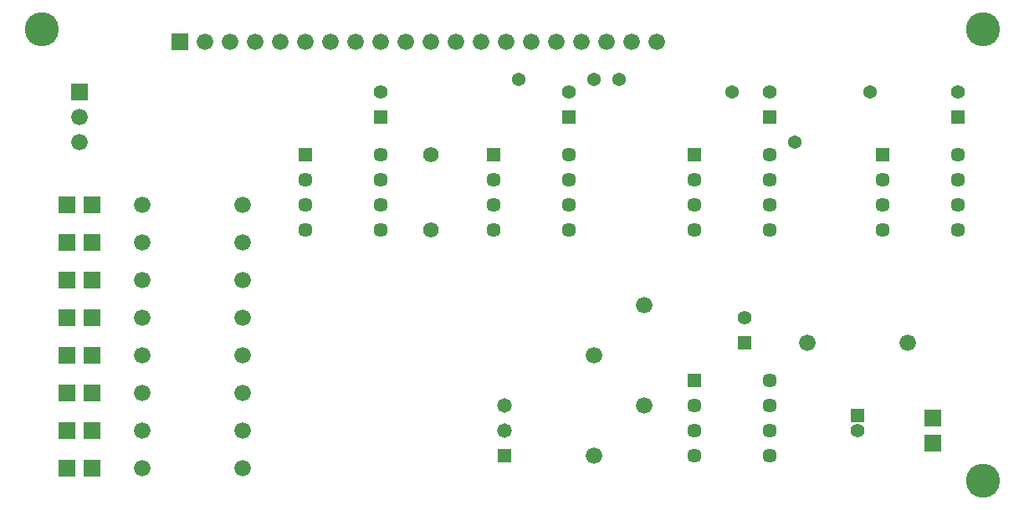
<source format=gts>
%FSLAX23Y23*%
%MOIN*%
G04 EasyPC Gerber Version 18.0.6 Build 3620 *
%ADD75R,0.05600X0.05600*%
%ADD29R,0.05700X0.05700*%
%ADD79R,0.05800X0.05800*%
%ADD73R,0.06600X0.06600*%
%ADD77R,0.06600X0.06600*%
%ADD82C,0.05400*%
%ADD76C,0.05600*%
%ADD72C,0.05700*%
%ADD80C,0.05800*%
%ADD81C,0.06200*%
%ADD78C,0.06600*%
%ADD74C,0.06600*%
%ADD28C,0.13592*%
X0Y0D02*
D02*
D28*
X184Y2000D03*
X3934Y200D03*
Y2000D03*
D02*
D29*
X1234Y1500D03*
X1984D03*
X2784Y600D03*
Y1500D03*
X3534D03*
D02*
D72*
X1234Y1200D03*
Y1300D03*
Y1400D03*
X1534Y1200D03*
Y1300D03*
Y1400D03*
Y1500D03*
X1984Y1200D03*
Y1300D03*
Y1400D03*
X2284Y1200D03*
Y1300D03*
Y1400D03*
Y1500D03*
X2784Y300D03*
Y400D03*
Y500D03*
Y1200D03*
Y1300D03*
Y1400D03*
X3084Y300D03*
Y400D03*
Y500D03*
Y600D03*
Y1200D03*
Y1300D03*
Y1400D03*
Y1500D03*
X3534Y1200D03*
Y1300D03*
Y1400D03*
X3834Y1200D03*
Y1300D03*
Y1400D03*
Y1500D03*
D02*
D73*
X284Y250D03*
Y400D03*
Y550D03*
Y700D03*
Y850D03*
Y1000D03*
Y1150D03*
Y1300D03*
X384Y250D03*
Y400D03*
Y550D03*
Y700D03*
Y850D03*
Y1000D03*
Y1150D03*
Y1300D03*
X3734Y350D03*
Y450D03*
D02*
D74*
X584Y250D03*
Y400D03*
Y550D03*
Y700D03*
Y850D03*
Y1000D03*
Y1150D03*
Y1300D03*
X984Y250D03*
Y400D03*
Y550D03*
Y700D03*
Y850D03*
Y1000D03*
Y1150D03*
Y1300D03*
X2384Y300D03*
Y700D03*
X2584Y500D03*
Y900D03*
X3234Y750D03*
X3634D03*
D02*
D75*
X1534Y1650D03*
X2284D03*
X2984Y750D03*
X3084Y1650D03*
X3434Y459D03*
X3834Y1650D03*
D02*
D76*
X1534Y1750D03*
X2284D03*
X2984Y850D03*
X3084Y1750D03*
X3434Y400D03*
X3834Y1750D03*
D02*
D77*
X334D03*
X734Y1950D03*
D02*
D78*
X334Y1550D03*
Y1650D03*
X834Y1950D03*
X934D03*
X1034D03*
X1134D03*
X1234D03*
X1334D03*
X1434D03*
X1534D03*
X1634D03*
X1734D03*
X1834D03*
X1934D03*
X2034D03*
X2134D03*
X2234D03*
X2334D03*
X2434D03*
X2534D03*
X2634D03*
D02*
D79*
X2029Y301D03*
D02*
D80*
Y401D03*
Y501D03*
D02*
D81*
X1734Y1200D03*
Y1500D03*
D02*
D82*
X2084Y1800D03*
X2384D03*
X2484D03*
X2934Y1750D03*
X3184Y1550D03*
X3484Y1750D03*
X0Y0D02*
M02*

</source>
